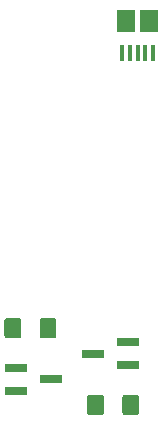
<source format=gbr>
G04 #@! TF.GenerationSoftware,KiCad,Pcbnew,5.1.5+dfsg1-2build2*
G04 #@! TF.CreationDate,2020-08-28T17:04:02+02:00*
G04 #@! TF.ProjectId,System Air,53797374-656d-4204-9169-722e6b696361,rev?*
G04 #@! TF.SameCoordinates,Original*
G04 #@! TF.FileFunction,Paste,Bot*
G04 #@! TF.FilePolarity,Positive*
%FSLAX46Y46*%
G04 Gerber Fmt 4.6, Leading zero omitted, Abs format (unit mm)*
G04 Created by KiCad (PCBNEW 5.1.5+dfsg1-2build2) date 2020-08-28 17:04:02*
%MOMM*%
%LPD*%
G04 APERTURE LIST*
%ADD10R,1.500000X1.900000*%
%ADD11R,0.400000X1.350000*%
%ADD12R,1.900000X0.800000*%
%ADD13C,0.100000*%
G04 APERTURE END LIST*
D10*
X128540000Y-79128100D03*
D11*
X129540000Y-81828100D03*
X130190000Y-81828100D03*
X130840000Y-81828100D03*
X128240000Y-81828100D03*
X128890000Y-81828100D03*
D10*
X130540000Y-79128100D03*
D12*
X128724940Y-106362318D03*
X128724940Y-108262318D03*
X125724940Y-107312318D03*
X122218540Y-109479784D03*
X119218540Y-108529784D03*
X119218540Y-110429784D03*
D13*
G36*
X119468044Y-104271056D02*
G01*
X119492313Y-104274656D01*
X119516111Y-104280617D01*
X119539211Y-104288882D01*
X119561389Y-104299372D01*
X119582433Y-104311985D01*
X119602138Y-104326599D01*
X119620317Y-104343075D01*
X119636793Y-104361254D01*
X119651407Y-104380959D01*
X119664020Y-104402003D01*
X119674510Y-104424181D01*
X119682775Y-104447281D01*
X119688736Y-104471079D01*
X119692336Y-104495348D01*
X119693540Y-104519852D01*
X119693540Y-105769852D01*
X119692336Y-105794356D01*
X119688736Y-105818625D01*
X119682775Y-105842423D01*
X119674510Y-105865523D01*
X119664020Y-105887701D01*
X119651407Y-105908745D01*
X119636793Y-105928450D01*
X119620317Y-105946629D01*
X119602138Y-105963105D01*
X119582433Y-105977719D01*
X119561389Y-105990332D01*
X119539211Y-106000822D01*
X119516111Y-106009087D01*
X119492313Y-106015048D01*
X119468044Y-106018648D01*
X119443540Y-106019852D01*
X118518540Y-106019852D01*
X118494036Y-106018648D01*
X118469767Y-106015048D01*
X118445969Y-106009087D01*
X118422869Y-106000822D01*
X118400691Y-105990332D01*
X118379647Y-105977719D01*
X118359942Y-105963105D01*
X118341763Y-105946629D01*
X118325287Y-105928450D01*
X118310673Y-105908745D01*
X118298060Y-105887701D01*
X118287570Y-105865523D01*
X118279305Y-105842423D01*
X118273344Y-105818625D01*
X118269744Y-105794356D01*
X118268540Y-105769852D01*
X118268540Y-104519852D01*
X118269744Y-104495348D01*
X118273344Y-104471079D01*
X118279305Y-104447281D01*
X118287570Y-104424181D01*
X118298060Y-104402003D01*
X118310673Y-104380959D01*
X118325287Y-104361254D01*
X118341763Y-104343075D01*
X118359942Y-104326599D01*
X118379647Y-104311985D01*
X118400691Y-104299372D01*
X118422869Y-104288882D01*
X118445969Y-104280617D01*
X118469767Y-104274656D01*
X118494036Y-104271056D01*
X118518540Y-104269852D01*
X119443540Y-104269852D01*
X119468044Y-104271056D01*
G37*
G36*
X122443044Y-104271056D02*
G01*
X122467313Y-104274656D01*
X122491111Y-104280617D01*
X122514211Y-104288882D01*
X122536389Y-104299372D01*
X122557433Y-104311985D01*
X122577138Y-104326599D01*
X122595317Y-104343075D01*
X122611793Y-104361254D01*
X122626407Y-104380959D01*
X122639020Y-104402003D01*
X122649510Y-104424181D01*
X122657775Y-104447281D01*
X122663736Y-104471079D01*
X122667336Y-104495348D01*
X122668540Y-104519852D01*
X122668540Y-105769852D01*
X122667336Y-105794356D01*
X122663736Y-105818625D01*
X122657775Y-105842423D01*
X122649510Y-105865523D01*
X122639020Y-105887701D01*
X122626407Y-105908745D01*
X122611793Y-105928450D01*
X122595317Y-105946629D01*
X122577138Y-105963105D01*
X122557433Y-105977719D01*
X122536389Y-105990332D01*
X122514211Y-106000822D01*
X122491111Y-106009087D01*
X122467313Y-106015048D01*
X122443044Y-106018648D01*
X122418540Y-106019852D01*
X121493540Y-106019852D01*
X121469036Y-106018648D01*
X121444767Y-106015048D01*
X121420969Y-106009087D01*
X121397869Y-106000822D01*
X121375691Y-105990332D01*
X121354647Y-105977719D01*
X121334942Y-105963105D01*
X121316763Y-105946629D01*
X121300287Y-105928450D01*
X121285673Y-105908745D01*
X121273060Y-105887701D01*
X121262570Y-105865523D01*
X121254305Y-105842423D01*
X121248344Y-105818625D01*
X121244744Y-105794356D01*
X121243540Y-105769852D01*
X121243540Y-104519852D01*
X121244744Y-104495348D01*
X121248344Y-104471079D01*
X121254305Y-104447281D01*
X121262570Y-104424181D01*
X121273060Y-104402003D01*
X121285673Y-104380959D01*
X121300287Y-104361254D01*
X121316763Y-104343075D01*
X121334942Y-104326599D01*
X121354647Y-104311985D01*
X121375691Y-104299372D01*
X121397869Y-104288882D01*
X121420969Y-104280617D01*
X121444767Y-104274656D01*
X121469036Y-104271056D01*
X121493540Y-104269852D01*
X122418540Y-104269852D01*
X122443044Y-104271056D01*
G37*
G36*
X126474444Y-110773454D02*
G01*
X126498713Y-110777054D01*
X126522511Y-110783015D01*
X126545611Y-110791280D01*
X126567789Y-110801770D01*
X126588833Y-110814383D01*
X126608538Y-110828997D01*
X126626717Y-110845473D01*
X126643193Y-110863652D01*
X126657807Y-110883357D01*
X126670420Y-110904401D01*
X126680910Y-110926579D01*
X126689175Y-110949679D01*
X126695136Y-110973477D01*
X126698736Y-110997746D01*
X126699940Y-111022250D01*
X126699940Y-112272250D01*
X126698736Y-112296754D01*
X126695136Y-112321023D01*
X126689175Y-112344821D01*
X126680910Y-112367921D01*
X126670420Y-112390099D01*
X126657807Y-112411143D01*
X126643193Y-112430848D01*
X126626717Y-112449027D01*
X126608538Y-112465503D01*
X126588833Y-112480117D01*
X126567789Y-112492730D01*
X126545611Y-112503220D01*
X126522511Y-112511485D01*
X126498713Y-112517446D01*
X126474444Y-112521046D01*
X126449940Y-112522250D01*
X125524940Y-112522250D01*
X125500436Y-112521046D01*
X125476167Y-112517446D01*
X125452369Y-112511485D01*
X125429269Y-112503220D01*
X125407091Y-112492730D01*
X125386047Y-112480117D01*
X125366342Y-112465503D01*
X125348163Y-112449027D01*
X125331687Y-112430848D01*
X125317073Y-112411143D01*
X125304460Y-112390099D01*
X125293970Y-112367921D01*
X125285705Y-112344821D01*
X125279744Y-112321023D01*
X125276144Y-112296754D01*
X125274940Y-112272250D01*
X125274940Y-111022250D01*
X125276144Y-110997746D01*
X125279744Y-110973477D01*
X125285705Y-110949679D01*
X125293970Y-110926579D01*
X125304460Y-110904401D01*
X125317073Y-110883357D01*
X125331687Y-110863652D01*
X125348163Y-110845473D01*
X125366342Y-110828997D01*
X125386047Y-110814383D01*
X125407091Y-110801770D01*
X125429269Y-110791280D01*
X125452369Y-110783015D01*
X125476167Y-110777054D01*
X125500436Y-110773454D01*
X125524940Y-110772250D01*
X126449940Y-110772250D01*
X126474444Y-110773454D01*
G37*
G36*
X129449444Y-110773454D02*
G01*
X129473713Y-110777054D01*
X129497511Y-110783015D01*
X129520611Y-110791280D01*
X129542789Y-110801770D01*
X129563833Y-110814383D01*
X129583538Y-110828997D01*
X129601717Y-110845473D01*
X129618193Y-110863652D01*
X129632807Y-110883357D01*
X129645420Y-110904401D01*
X129655910Y-110926579D01*
X129664175Y-110949679D01*
X129670136Y-110973477D01*
X129673736Y-110997746D01*
X129674940Y-111022250D01*
X129674940Y-112272250D01*
X129673736Y-112296754D01*
X129670136Y-112321023D01*
X129664175Y-112344821D01*
X129655910Y-112367921D01*
X129645420Y-112390099D01*
X129632807Y-112411143D01*
X129618193Y-112430848D01*
X129601717Y-112449027D01*
X129583538Y-112465503D01*
X129563833Y-112480117D01*
X129542789Y-112492730D01*
X129520611Y-112503220D01*
X129497511Y-112511485D01*
X129473713Y-112517446D01*
X129449444Y-112521046D01*
X129424940Y-112522250D01*
X128499940Y-112522250D01*
X128475436Y-112521046D01*
X128451167Y-112517446D01*
X128427369Y-112511485D01*
X128404269Y-112503220D01*
X128382091Y-112492730D01*
X128361047Y-112480117D01*
X128341342Y-112465503D01*
X128323163Y-112449027D01*
X128306687Y-112430848D01*
X128292073Y-112411143D01*
X128279460Y-112390099D01*
X128268970Y-112367921D01*
X128260705Y-112344821D01*
X128254744Y-112321023D01*
X128251144Y-112296754D01*
X128249940Y-112272250D01*
X128249940Y-111022250D01*
X128251144Y-110997746D01*
X128254744Y-110973477D01*
X128260705Y-110949679D01*
X128268970Y-110926579D01*
X128279460Y-110904401D01*
X128292073Y-110883357D01*
X128306687Y-110863652D01*
X128323163Y-110845473D01*
X128341342Y-110828997D01*
X128361047Y-110814383D01*
X128382091Y-110801770D01*
X128404269Y-110791280D01*
X128427369Y-110783015D01*
X128451167Y-110777054D01*
X128475436Y-110773454D01*
X128499940Y-110772250D01*
X129424940Y-110772250D01*
X129449444Y-110773454D01*
G37*
M02*

</source>
